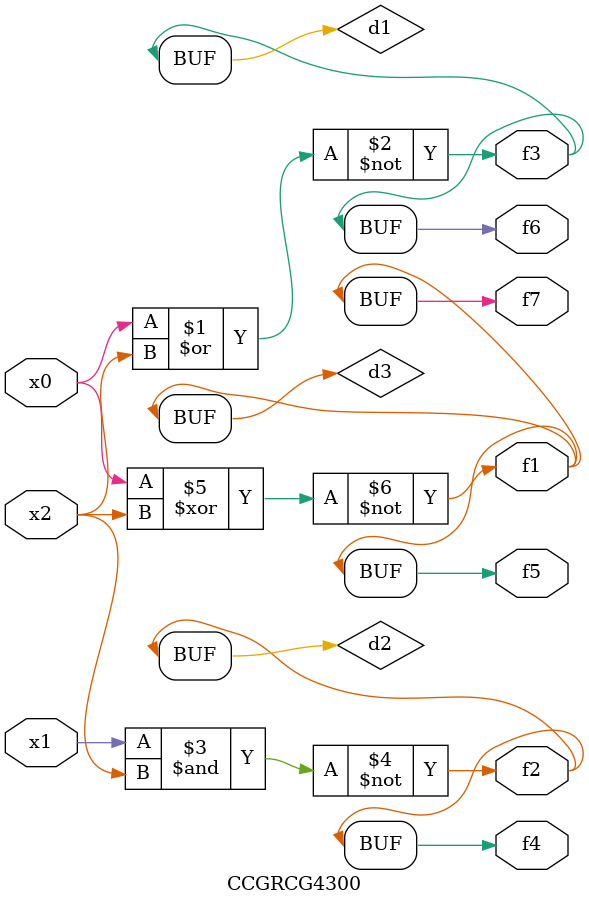
<source format=v>
module CCGRCG4300(
	input x0, x1, x2,
	output f1, f2, f3, f4, f5, f6, f7
);

	wire d1, d2, d3;

	nor (d1, x0, x2);
	nand (d2, x1, x2);
	xnor (d3, x0, x2);
	assign f1 = d3;
	assign f2 = d2;
	assign f3 = d1;
	assign f4 = d2;
	assign f5 = d3;
	assign f6 = d1;
	assign f7 = d3;
endmodule

</source>
